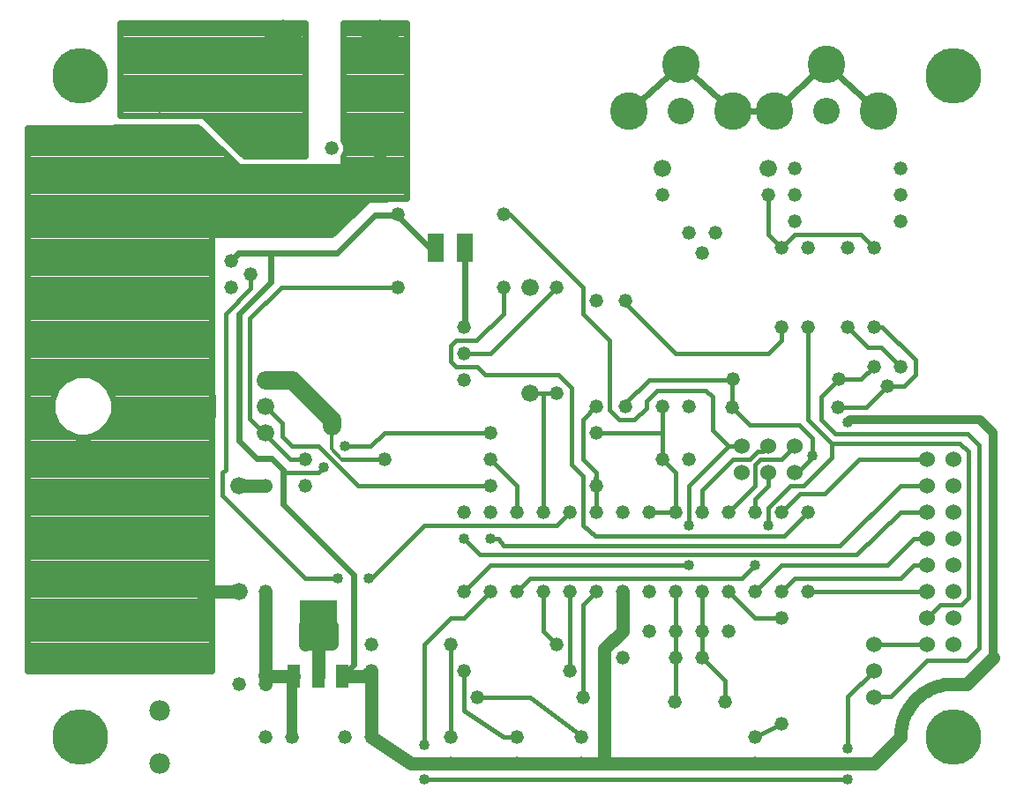
<source format=gbr>
G75*
G70*
%OFA0B0*%
%FSLAX24Y24*%
%IPPOS*%
%LPD*%
%AMOC8*
5,1,8,0,0,1.08239X$1,22.5*
%
%ADD10C,0.0520*%
%ADD11R,0.0480X0.0880*%
%ADD12R,0.1417X0.0866*%
%ADD13C,0.0660*%
%ADD14C,0.0600*%
%ADD15R,0.0630X0.1063*%
%ADD16C,0.2100*%
%ADD17C,0.1004*%
%ADD18C,0.1424*%
%ADD19C,0.1440*%
%ADD20C,0.1005*%
%ADD21C,0.0780*%
%ADD22C,0.0160*%
%ADD23C,0.0500*%
%ADD24C,0.0400*%
%ADD25C,0.0400*%
%ADD26C,0.0240*%
%ADD27C,0.0320*%
%ADD28C,0.0700*%
%ADD29C,0.0120*%
D10*
X015343Y009842D03*
X016343Y009842D03*
X016368Y007817D03*
X017368Y007817D03*
X019343Y007842D03*
X020343Y007842D03*
X020343Y010342D03*
X020343Y011342D03*
X023343Y011342D03*
X023843Y010342D03*
X024343Y009342D03*
X023343Y007842D03*
X023343Y006842D03*
X025843Y006842D03*
X025843Y007842D03*
X028293Y007842D03*
X028293Y006842D03*
X028343Y009342D03*
X027843Y010342D03*
X027343Y011342D03*
X026843Y013342D03*
X025843Y013342D03*
X024843Y013342D03*
X023843Y013342D03*
X023843Y016342D03*
X024843Y016342D03*
X025843Y016342D03*
X026843Y016342D03*
X027843Y016342D03*
X028843Y016342D03*
X028843Y017342D03*
X029843Y016342D03*
X030843Y016342D03*
X031843Y016342D03*
X032843Y016342D03*
X033843Y016342D03*
X034843Y016342D03*
X035843Y016342D03*
X036843Y016342D03*
X036843Y013342D03*
X035843Y013342D03*
X034843Y013342D03*
X033843Y013342D03*
X032843Y013342D03*
X031843Y013342D03*
X030843Y013342D03*
X029843Y013342D03*
X028843Y013342D03*
X027843Y013342D03*
X029843Y011842D03*
X030843Y011842D03*
X031843Y011842D03*
X032843Y011842D03*
X033843Y011842D03*
X032843Y010842D03*
X031843Y010842D03*
X031818Y009167D03*
X033718Y009167D03*
X034843Y007842D03*
X034843Y006842D03*
X035843Y008342D03*
X035843Y012342D03*
X029843Y010842D03*
X024843Y017342D03*
X024843Y018342D03*
X024843Y019342D03*
X023843Y021342D03*
X023843Y022342D03*
X023843Y023342D03*
X025343Y024842D03*
X027343Y024842D03*
X028843Y024342D03*
X029968Y024342D03*
X032843Y026142D03*
X032343Y026892D03*
X033343Y026892D03*
X031343Y028342D03*
X035343Y028342D03*
X036343Y028342D03*
X036343Y027342D03*
X035843Y026342D03*
X036843Y026342D03*
X038343Y026342D03*
X039343Y026342D03*
X040343Y027342D03*
X040343Y028342D03*
X040343Y029342D03*
X036343Y029342D03*
X035843Y023342D03*
X036843Y023342D03*
X038343Y023342D03*
X039343Y023342D03*
X039343Y021842D03*
X039843Y021092D03*
X040343Y021842D03*
X038018Y021367D03*
X037993Y020292D03*
X034018Y021367D03*
X033993Y020292D03*
X032343Y020342D03*
X031343Y020342D03*
X029968Y020342D03*
X028843Y020342D03*
X028843Y019342D03*
X027343Y020842D03*
X031343Y018342D03*
X032343Y018342D03*
X025343Y027592D03*
X021343Y027592D03*
X018843Y030092D03*
X015043Y025842D03*
X015793Y025342D03*
X015043Y024842D03*
X021343Y024842D03*
X018843Y019592D03*
X017843Y018342D03*
X017843Y017342D03*
X016343Y017342D03*
X020843Y018342D03*
X016343Y013342D03*
D11*
X017433Y010122D03*
X018343Y010122D03*
X019253Y010122D03*
D12*
X018343Y012562D03*
D13*
X015343Y013342D03*
X015343Y017342D03*
X016343Y019342D03*
X016343Y020342D03*
X016343Y021342D03*
X026343Y020842D03*
X026343Y024842D03*
X031343Y029342D03*
X035343Y029342D03*
D14*
X035343Y018842D03*
X034343Y018842D03*
X034343Y017842D03*
X035343Y017842D03*
X036343Y017842D03*
X036343Y018842D03*
X041343Y018342D03*
X041343Y017342D03*
X042343Y017342D03*
X042343Y018342D03*
X042343Y016342D03*
X041343Y016342D03*
X041343Y015342D03*
X041343Y014342D03*
X042343Y014342D03*
X042343Y015342D03*
X042343Y013342D03*
X041343Y013342D03*
X041343Y012342D03*
X042343Y012342D03*
X042343Y011342D03*
X041343Y011342D03*
X039343Y011342D03*
X039343Y010342D03*
X039343Y009342D03*
D15*
X023895Y026342D03*
X022792Y026342D03*
D16*
X009343Y007842D03*
X009343Y032842D03*
X042343Y032842D03*
X042343Y007842D03*
D17*
X037543Y031492D03*
X032043Y031492D03*
D18*
X030075Y031492D03*
X032043Y033263D03*
X034012Y031492D03*
X035575Y031492D03*
X037543Y033263D03*
X039512Y031492D03*
D19*
X020683Y034242D03*
X017013Y034242D03*
D20*
X017013Y030242D03*
X020683Y030242D03*
D21*
X012343Y031842D03*
X012343Y033842D03*
X012343Y008842D03*
X012343Y006842D03*
D22*
X017843Y013842D02*
X019093Y013842D01*
X017843Y013842D02*
X014718Y016967D01*
X014718Y017817D01*
X014843Y017942D01*
X014843Y023842D01*
X015793Y024792D01*
X015793Y025342D01*
X016943Y024842D02*
X021343Y024842D01*
X021393Y024892D01*
X023568Y022817D02*
X024318Y022817D01*
X025343Y023842D01*
X025343Y024842D01*
X027343Y024842D02*
X024843Y022342D01*
X023843Y022342D01*
X023368Y022617D02*
X023368Y022042D01*
X023568Y021842D01*
X024343Y021842D01*
X024643Y021542D01*
X027418Y021542D01*
X027918Y021042D01*
X027918Y018117D01*
X028343Y017692D01*
X028343Y015842D01*
X028818Y015417D01*
X035943Y015417D01*
X036843Y016317D01*
X036843Y016342D01*
X036543Y017042D02*
X037493Y017042D01*
X038793Y018342D01*
X041343Y018342D01*
X041343Y017342D02*
X040343Y017342D01*
X038043Y015067D01*
X025368Y015067D01*
X025143Y015342D01*
X024843Y015342D01*
X024443Y014742D02*
X038693Y014742D01*
X040343Y016342D01*
X041343Y016342D01*
X041343Y015342D02*
X040843Y015342D01*
X039843Y014342D01*
X035843Y014342D01*
X034843Y013342D01*
X034343Y013842D02*
X034843Y014342D01*
X034343Y013842D02*
X026343Y013842D01*
X025843Y013342D01*
X024843Y013342D02*
X023843Y012342D01*
X023343Y012342D01*
X022343Y011342D01*
X022343Y007542D01*
X023343Y007842D02*
X023343Y011342D01*
X023843Y010342D02*
X023843Y008842D01*
X025343Y007842D01*
X025843Y007842D01*
X026343Y009342D02*
X024343Y009342D01*
X026343Y009342D02*
X028343Y007842D01*
X028293Y007842D01*
X028343Y009342D02*
X028343Y012842D01*
X028843Y013342D01*
X027843Y013342D02*
X027843Y010342D01*
X027343Y011342D02*
X026843Y011842D01*
X026843Y013342D01*
X024843Y014342D02*
X032343Y014342D01*
X031843Y013342D02*
X031843Y011842D01*
X031843Y010842D01*
X031843Y009192D01*
X031818Y009167D01*
X033718Y009167D02*
X033718Y009967D01*
X032843Y010842D01*
X032843Y011842D01*
X032843Y013342D01*
X033843Y013342D02*
X034843Y012342D01*
X035843Y012342D01*
X035843Y013342D02*
X036343Y013842D01*
X040343Y013842D01*
X040843Y014342D01*
X041343Y014342D01*
X041343Y013342D02*
X036843Y013342D01*
X039343Y011342D02*
X041343Y011342D01*
X041343Y010717D02*
X042843Y010717D01*
X043318Y011192D01*
X043318Y018867D01*
X042893Y019292D01*
X037893Y019292D01*
X037343Y019842D01*
X037343Y020692D01*
X038018Y021367D01*
X038868Y021367D01*
X039343Y021842D01*
X039118Y022567D02*
X038343Y023342D01*
X038318Y023342D01*
X039343Y023342D02*
X039668Y023342D01*
X040918Y022092D01*
X040918Y021517D01*
X040493Y021092D01*
X039843Y021092D01*
X039043Y020292D01*
X037993Y020292D01*
X036843Y019842D02*
X037743Y018942D01*
X037743Y018392D01*
X036693Y017342D01*
X036193Y017342D01*
X035343Y016492D01*
X035343Y015842D01*
X034843Y016342D02*
X034843Y016842D01*
X035343Y017342D01*
X035343Y017842D01*
X034843Y018117D02*
X034843Y017342D01*
X033843Y016342D01*
X032843Y016342D02*
X032843Y017167D01*
X034018Y018342D01*
X034643Y018342D01*
X034943Y018642D01*
X035143Y018642D01*
X035343Y018842D01*
X035068Y018342D02*
X035843Y018342D01*
X036343Y018842D01*
X037018Y019142D02*
X037018Y018467D01*
X037018Y018392D01*
X036468Y017842D01*
X036343Y017842D01*
X036543Y017042D02*
X035843Y016342D01*
X034843Y018117D02*
X035068Y018342D01*
X034343Y018842D02*
X033843Y018842D01*
X033243Y019442D01*
X033243Y020692D01*
X032993Y020942D01*
X031143Y020942D01*
X030743Y020542D01*
X030743Y020267D01*
X030293Y019817D01*
X029718Y019817D01*
X029343Y020192D01*
X029343Y022842D01*
X028343Y023842D01*
X028343Y024842D01*
X025593Y027592D01*
X025343Y027592D01*
X029968Y024342D02*
X029968Y024217D01*
X031843Y022342D01*
X035343Y022342D01*
X035843Y022842D01*
X035843Y023342D01*
X036843Y023342D02*
X036843Y019842D01*
X036518Y019642D02*
X037018Y019142D01*
X036518Y019642D02*
X034643Y019642D01*
X033993Y020292D01*
X033993Y021342D01*
X034018Y021367D01*
X033868Y021367D01*
X033843Y021342D01*
X030843Y021342D01*
X029968Y020467D01*
X029968Y020342D01*
X028843Y020367D02*
X028843Y020342D01*
X028843Y020367D02*
X028343Y019817D01*
X028343Y018342D01*
X028843Y017842D01*
X028843Y017342D01*
X028818Y017617D01*
X028843Y017342D02*
X028843Y016342D01*
X027843Y016342D02*
X027343Y015842D01*
X022343Y015842D01*
X020343Y013842D01*
X020243Y013842D01*
X023843Y013342D02*
X024843Y014342D01*
X024443Y014742D02*
X023843Y015342D01*
X025843Y016342D02*
X025843Y017342D01*
X024843Y018342D01*
X024843Y017342D02*
X019843Y017342D01*
X018343Y018842D01*
X017343Y018842D01*
X016993Y019192D01*
X016993Y019692D01*
X016393Y020292D01*
X016343Y020292D01*
X016343Y020342D01*
X015768Y019867D02*
X016293Y019342D01*
X017293Y018342D01*
X017843Y018342D01*
X018368Y017842D02*
X017018Y017842D01*
X016993Y017842D01*
X018368Y017842D02*
X018568Y018042D01*
X019268Y018342D02*
X020843Y018342D01*
X020318Y018817D02*
X020843Y019342D01*
X024843Y019342D01*
X026343Y020842D02*
X026843Y020842D01*
X026843Y016342D01*
X028843Y019342D02*
X031343Y019342D01*
X031343Y020342D01*
X031343Y019342D02*
X031343Y018342D01*
X031843Y017842D01*
X031843Y016342D01*
X030843Y016342D01*
X032343Y015842D02*
X032343Y017342D01*
X033843Y018842D01*
X033993Y020242D02*
X033993Y020292D01*
X037743Y018942D02*
X042593Y018942D01*
X042918Y018617D01*
X042918Y013092D01*
X042668Y012842D01*
X041843Y012842D01*
X041343Y012342D01*
X041343Y010717D02*
X039993Y009367D01*
X039318Y009367D01*
X039343Y009342D01*
X038368Y009367D02*
X039343Y010342D01*
X038368Y009367D02*
X038368Y007392D01*
X038368Y006217D02*
X022343Y006217D01*
X033718Y009142D02*
X033718Y009167D01*
X034843Y007842D02*
X035843Y008342D01*
X027343Y020842D02*
X026843Y020842D01*
X023568Y022817D02*
X023368Y022617D01*
X020318Y018817D02*
X019343Y018817D01*
X015768Y019867D02*
X015768Y023667D01*
X016943Y024842D01*
X035343Y026842D02*
X035843Y026342D01*
X036343Y026842D01*
X038843Y026842D01*
X039343Y026342D01*
X039118Y022567D02*
X039618Y022567D01*
X040343Y021842D01*
X035343Y026842D02*
X035343Y028342D01*
D23*
X029843Y013342D02*
X029843Y011842D01*
X029168Y011167D01*
X029168Y006842D01*
X034843Y006842D01*
X039343Y006842D01*
X040343Y007842D01*
X040345Y007929D01*
X040351Y008016D01*
X040360Y008103D01*
X040373Y008189D01*
X040390Y008275D01*
X040411Y008360D01*
X040436Y008443D01*
X040464Y008526D01*
X040495Y008607D01*
X040530Y008687D01*
X040569Y008765D01*
X040611Y008842D01*
X040656Y008917D01*
X040705Y008989D01*
X040756Y009060D01*
X040811Y009128D01*
X040868Y009193D01*
X040929Y009256D01*
X040992Y009317D01*
X041057Y009374D01*
X041125Y009429D01*
X041196Y009480D01*
X041268Y009529D01*
X041343Y009574D01*
X041420Y009616D01*
X041498Y009655D01*
X041578Y009690D01*
X041659Y009721D01*
X041742Y009749D01*
X041825Y009774D01*
X041910Y009795D01*
X041996Y009812D01*
X042082Y009825D01*
X042169Y009834D01*
X042256Y009840D01*
X042343Y009842D01*
X042843Y009842D01*
X043843Y010842D01*
X029168Y006842D02*
X028293Y006842D01*
X025843Y006842D01*
X023343Y006842D01*
X021843Y006842D01*
X020343Y007842D01*
X020343Y010342D01*
X020123Y010122D01*
X019253Y010122D01*
X018343Y010122D02*
X018343Y011342D01*
X018343Y012562D01*
X018343Y012542D01*
X018843Y012042D01*
X018843Y011367D01*
X017868Y011367D01*
X017843Y011342D01*
X017843Y012062D01*
X018343Y012562D01*
X016343Y013342D02*
X016343Y010167D01*
X016318Y010167D01*
X016363Y010122D01*
X017433Y010122D01*
X018343Y010122D02*
X018343Y010117D01*
X016343Y010167D02*
X016343Y009842D01*
X015343Y013342D02*
X013843Y013342D01*
X015343Y017342D02*
X016343Y017342D01*
X028293Y006842D02*
X028343Y006842D01*
D24*
X022343Y006217D03*
X022343Y007542D03*
X018843Y011367D03*
X018343Y011342D03*
X017843Y011342D03*
X019093Y013842D03*
X020243Y013842D03*
X023843Y015342D03*
X024843Y015342D03*
X019343Y018817D03*
X018568Y018042D03*
X013843Y019342D03*
X013843Y020342D03*
X013843Y021342D03*
X032343Y015842D03*
X032343Y014342D03*
X034843Y014342D03*
X035343Y015842D03*
X037018Y018467D03*
X038368Y019742D03*
X038368Y007392D03*
X038368Y006217D03*
D25*
X017368Y007817D02*
X017368Y010117D01*
X017433Y010182D01*
X017433Y010122D01*
X017433Y010182D02*
X017443Y010192D01*
D26*
X019253Y010122D02*
X019693Y010562D01*
X019693Y013967D01*
X017018Y016642D01*
X017018Y017842D01*
X017018Y017942D01*
X016593Y018367D01*
X016018Y018367D01*
X015343Y019042D01*
X015343Y023842D01*
X016543Y025042D01*
X016543Y026117D01*
X019043Y026117D01*
X020493Y027567D01*
X021318Y027567D01*
X022543Y026342D01*
X022792Y026342D01*
X023895Y026342D02*
X023895Y023368D01*
X023868Y023342D01*
X023843Y023342D01*
X021343Y027567D02*
X021318Y027567D01*
X021343Y027592D01*
X021343Y027567D01*
X021693Y028192D02*
X020243Y028167D01*
X018868Y026842D01*
X014318Y026842D01*
X014318Y020717D01*
X014343Y020717D01*
X014343Y019967D01*
X014318Y019967D01*
X014318Y010342D01*
X007363Y010342D01*
X007363Y030867D01*
X013793Y030892D01*
X015343Y029392D01*
X019293Y029392D01*
X019293Y029778D01*
X019301Y029786D01*
X019383Y029984D01*
X019383Y030199D01*
X019301Y030398D01*
X019293Y030405D01*
X019293Y034822D01*
X021693Y034822D01*
X021693Y028192D01*
X021693Y028242D02*
X007363Y028242D01*
X007363Y028480D02*
X021693Y028480D01*
X021693Y028719D02*
X007363Y028719D01*
X007363Y028958D02*
X021693Y028958D01*
X021693Y029196D02*
X007363Y029196D01*
X007363Y029435D02*
X015299Y029435D01*
X015053Y029673D02*
X007363Y029673D01*
X007363Y029912D02*
X014806Y029912D01*
X014560Y030150D02*
X007363Y030150D01*
X007363Y030389D02*
X014313Y030389D01*
X014067Y030627D02*
X007363Y030627D01*
X007363Y030866D02*
X013820Y030866D01*
X014231Y031104D02*
X017843Y031104D01*
X017843Y030866D02*
X014469Y030866D01*
X014708Y030627D02*
X017843Y030627D01*
X017843Y030389D02*
X014946Y030389D01*
X015185Y030150D02*
X017843Y030150D01*
X017843Y029912D02*
X015424Y029912D01*
X015543Y029792D02*
X017843Y029792D01*
X017843Y034822D01*
X010868Y034822D01*
X010868Y031342D01*
X013993Y031342D01*
X015543Y029792D01*
X017843Y031343D02*
X010868Y031343D01*
X010868Y031581D02*
X017843Y031581D01*
X017843Y031820D02*
X010868Y031820D01*
X010868Y032059D02*
X017843Y032059D01*
X017843Y032297D02*
X010868Y032297D01*
X010868Y032536D02*
X017843Y032536D01*
X017843Y032774D02*
X010868Y032774D01*
X010868Y033013D02*
X017843Y033013D01*
X017843Y033251D02*
X010868Y033251D01*
X010868Y033490D02*
X017843Y033490D01*
X017843Y033728D02*
X010868Y033728D01*
X010868Y033967D02*
X017843Y033967D01*
X017843Y034205D02*
X010868Y034205D01*
X010868Y034444D02*
X017843Y034444D01*
X017843Y034683D02*
X010868Y034683D01*
X007363Y028003D02*
X020074Y028003D01*
X019826Y027765D02*
X007363Y027765D01*
X007363Y027526D02*
X019579Y027526D01*
X019331Y027288D02*
X007363Y027288D01*
X007363Y027049D02*
X019084Y027049D01*
X016543Y026117D02*
X015318Y026117D01*
X015043Y025842D01*
X014318Y025856D02*
X007363Y025856D01*
X007363Y025618D02*
X014318Y025618D01*
X014318Y025379D02*
X007363Y025379D01*
X007363Y025141D02*
X014318Y025141D01*
X014318Y024902D02*
X007363Y024902D01*
X007363Y024664D02*
X014318Y024664D01*
X014318Y024425D02*
X007363Y024425D01*
X007363Y024187D02*
X014318Y024187D01*
X014318Y023948D02*
X007363Y023948D01*
X007363Y023710D02*
X014318Y023710D01*
X014318Y023471D02*
X007363Y023471D01*
X007363Y023232D02*
X014318Y023232D01*
X014318Y022994D02*
X007363Y022994D01*
X007363Y022755D02*
X014318Y022755D01*
X014318Y022517D02*
X007363Y022517D01*
X007363Y022278D02*
X014318Y022278D01*
X014318Y022040D02*
X007363Y022040D01*
X007363Y021801D02*
X014318Y021801D01*
X014318Y021563D02*
X007363Y021563D01*
X007363Y021324D02*
X008771Y021324D01*
X008781Y021334D02*
X008452Y021004D01*
X008273Y020574D01*
X008273Y020109D01*
X008452Y019679D01*
X008781Y019350D01*
X009211Y019172D01*
X009676Y019172D01*
X010106Y019350D01*
X010435Y019679D01*
X010613Y020109D01*
X010613Y020574D01*
X010435Y021004D01*
X010106Y021334D01*
X009676Y021512D01*
X009211Y021512D01*
X008781Y021334D01*
X008533Y021086D02*
X007363Y021086D01*
X007363Y020847D02*
X008386Y020847D01*
X008288Y020609D02*
X007363Y020609D01*
X007363Y020370D02*
X008273Y020370D01*
X008273Y020131D02*
X007363Y020131D01*
X007363Y019893D02*
X008363Y019893D01*
X008476Y019654D02*
X007363Y019654D01*
X007363Y019416D02*
X008715Y019416D01*
X009197Y019177D02*
X007363Y019177D01*
X007363Y018939D02*
X014318Y018939D01*
X014318Y019177D02*
X009689Y019177D01*
X010172Y019416D02*
X014318Y019416D01*
X014318Y019654D02*
X010411Y019654D01*
X010524Y019893D02*
X014318Y019893D01*
X014343Y020131D02*
X010613Y020131D01*
X010613Y020370D02*
X014343Y020370D01*
X014343Y020609D02*
X010599Y020609D01*
X010501Y020847D02*
X014318Y020847D01*
X014318Y021086D02*
X010354Y021086D01*
X010116Y021324D02*
X014318Y021324D01*
X014318Y018700D02*
X007363Y018700D01*
X007363Y018462D02*
X014318Y018462D01*
X014318Y018223D02*
X007363Y018223D01*
X007363Y017985D02*
X014318Y017985D01*
X014318Y017746D02*
X007363Y017746D01*
X007363Y017507D02*
X014318Y017507D01*
X014318Y017269D02*
X007363Y017269D01*
X007363Y017030D02*
X014318Y017030D01*
X014318Y016792D02*
X007363Y016792D01*
X007363Y016553D02*
X014318Y016553D01*
X014318Y016315D02*
X007363Y016315D01*
X007363Y016076D02*
X014318Y016076D01*
X014318Y015838D02*
X007363Y015838D01*
X007363Y015599D02*
X014318Y015599D01*
X014318Y015361D02*
X007363Y015361D01*
X007363Y015122D02*
X014318Y015122D01*
X014318Y014883D02*
X007363Y014883D01*
X007363Y014645D02*
X014318Y014645D01*
X014318Y014406D02*
X007363Y014406D01*
X007363Y014168D02*
X014318Y014168D01*
X014318Y013929D02*
X007363Y013929D01*
X007363Y013691D02*
X014318Y013691D01*
X014318Y013452D02*
X007363Y013452D01*
X007363Y013214D02*
X014318Y013214D01*
X014318Y012975D02*
X007363Y012975D01*
X007363Y012737D02*
X014318Y012737D01*
X014318Y012498D02*
X007363Y012498D01*
X007363Y012259D02*
X014318Y012259D01*
X014318Y012021D02*
X007363Y012021D01*
X007363Y011782D02*
X014318Y011782D01*
X014318Y011544D02*
X007363Y011544D01*
X007363Y011305D02*
X014318Y011305D01*
X014318Y011067D02*
X007363Y011067D01*
X007363Y010828D02*
X014318Y010828D01*
X014318Y010590D02*
X007363Y010590D01*
X007363Y010351D02*
X014318Y010351D01*
X014318Y026095D02*
X007363Y026095D01*
X007363Y026334D02*
X014318Y026334D01*
X014318Y026572D02*
X007363Y026572D01*
X007363Y026811D02*
X014318Y026811D01*
X019293Y029435D02*
X021693Y029435D01*
X021693Y029673D02*
X019293Y029673D01*
X019353Y029912D02*
X021693Y029912D01*
X021693Y030150D02*
X019383Y030150D01*
X019305Y030389D02*
X021693Y030389D01*
X021693Y030627D02*
X019293Y030627D01*
X019293Y030866D02*
X021693Y030866D01*
X021693Y031104D02*
X019293Y031104D01*
X019293Y031343D02*
X021693Y031343D01*
X021693Y031581D02*
X019293Y031581D01*
X019293Y031820D02*
X021693Y031820D01*
X021693Y032059D02*
X019293Y032059D01*
X019293Y032297D02*
X021693Y032297D01*
X021693Y032536D02*
X019293Y032536D01*
X019293Y032774D02*
X021693Y032774D01*
X021693Y033013D02*
X019293Y033013D01*
X019293Y033251D02*
X021693Y033251D01*
X021693Y033490D02*
X019293Y033490D01*
X019293Y033728D02*
X021693Y033728D01*
X021693Y033967D02*
X019293Y033967D01*
X019293Y034205D02*
X021693Y034205D01*
X021693Y034444D02*
X019293Y034444D01*
X019293Y034683D02*
X021693Y034683D01*
X030075Y031492D02*
X032043Y033267D01*
X032043Y033263D01*
X034018Y031492D01*
X034012Y031492D01*
X035575Y031492D01*
X037518Y033292D01*
X037543Y033263D01*
X039493Y031492D01*
X039512Y031492D01*
D27*
X038468Y019842D02*
X038368Y019742D01*
X038468Y019842D02*
X043343Y019842D01*
X043843Y019342D01*
X043843Y010842D01*
D28*
X018843Y019592D02*
X018843Y019842D01*
X017343Y021342D01*
X016343Y021342D01*
D29*
X018843Y019592D02*
X018843Y018717D01*
X019218Y018342D01*
X019268Y018342D01*
M02*

</source>
